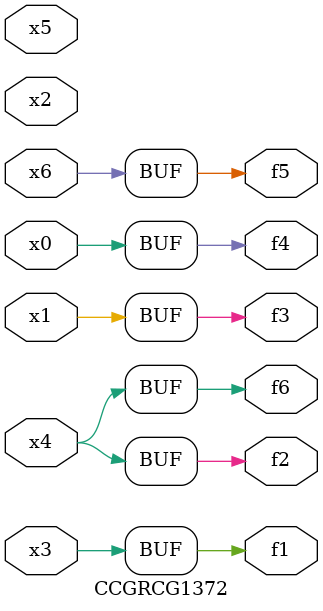
<source format=v>
module CCGRCG1372(
	input x0, x1, x2, x3, x4, x5, x6,
	output f1, f2, f3, f4, f5, f6
);
	assign f1 = x3;
	assign f2 = x4;
	assign f3 = x1;
	assign f4 = x0;
	assign f5 = x6;
	assign f6 = x4;
endmodule

</source>
